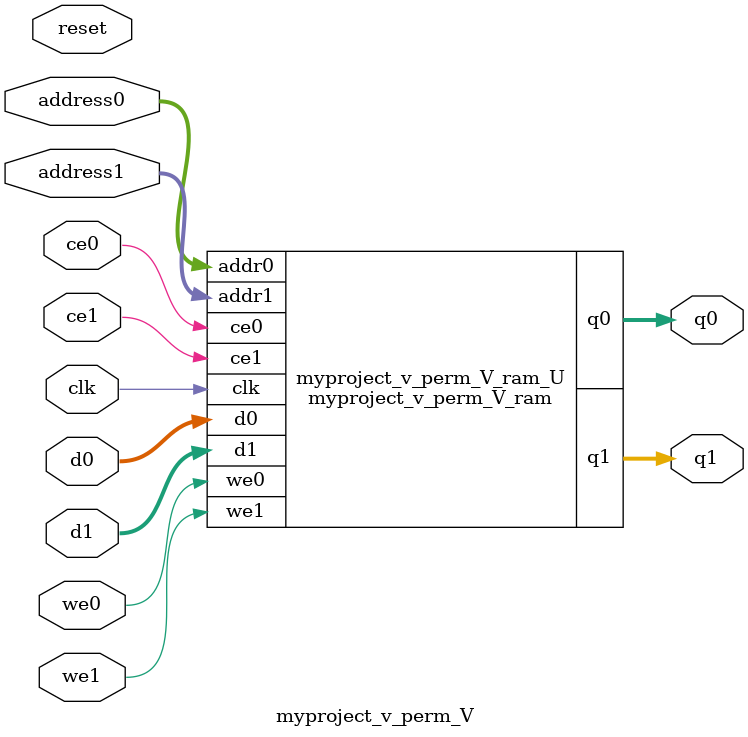
<source format=v>
`timescale 1 ns / 1 ps
module myproject_v_perm_V_ram (addr0, ce0, d0, we0, q0, addr1, ce1, d1, we1, q1,  clk);

parameter DWIDTH = 16;
parameter AWIDTH = 8;
parameter MEM_SIZE = 144;

input[AWIDTH-1:0] addr0;
input ce0;
input[DWIDTH-1:0] d0;
input we0;
output reg[DWIDTH-1:0] q0;
input[AWIDTH-1:0] addr1;
input ce1;
input[DWIDTH-1:0] d1;
input we1;
output reg[DWIDTH-1:0] q1;
input clk;

(* ram_style = "block" *)reg [DWIDTH-1:0] ram[0:MEM_SIZE-1];




always @(posedge clk)  
begin 
    if (ce0) begin
        if (we0) 
            ram[addr0] <= d0; 
        q0 <= ram[addr0];
    end
end


always @(posedge clk)  
begin 
    if (ce1) begin
        if (we1) 
            ram[addr1] <= d1; 
        q1 <= ram[addr1];
    end
end


endmodule

`timescale 1 ns / 1 ps
module myproject_v_perm_V(
    reset,
    clk,
    address0,
    ce0,
    we0,
    d0,
    q0,
    address1,
    ce1,
    we1,
    d1,
    q1);

parameter DataWidth = 32'd16;
parameter AddressRange = 32'd144;
parameter AddressWidth = 32'd8;
input reset;
input clk;
input[AddressWidth - 1:0] address0;
input ce0;
input we0;
input[DataWidth - 1:0] d0;
output[DataWidth - 1:0] q0;
input[AddressWidth - 1:0] address1;
input ce1;
input we1;
input[DataWidth - 1:0] d1;
output[DataWidth - 1:0] q1;



myproject_v_perm_V_ram myproject_v_perm_V_ram_U(
    .clk( clk ),
    .addr0( address0 ),
    .ce0( ce0 ),
    .we0( we0 ),
    .d0( d0 ),
    .q0( q0 ),
    .addr1( address1 ),
    .ce1( ce1 ),
    .we1( we1 ),
    .d1( d1 ),
    .q1( q1 ));

endmodule


</source>
